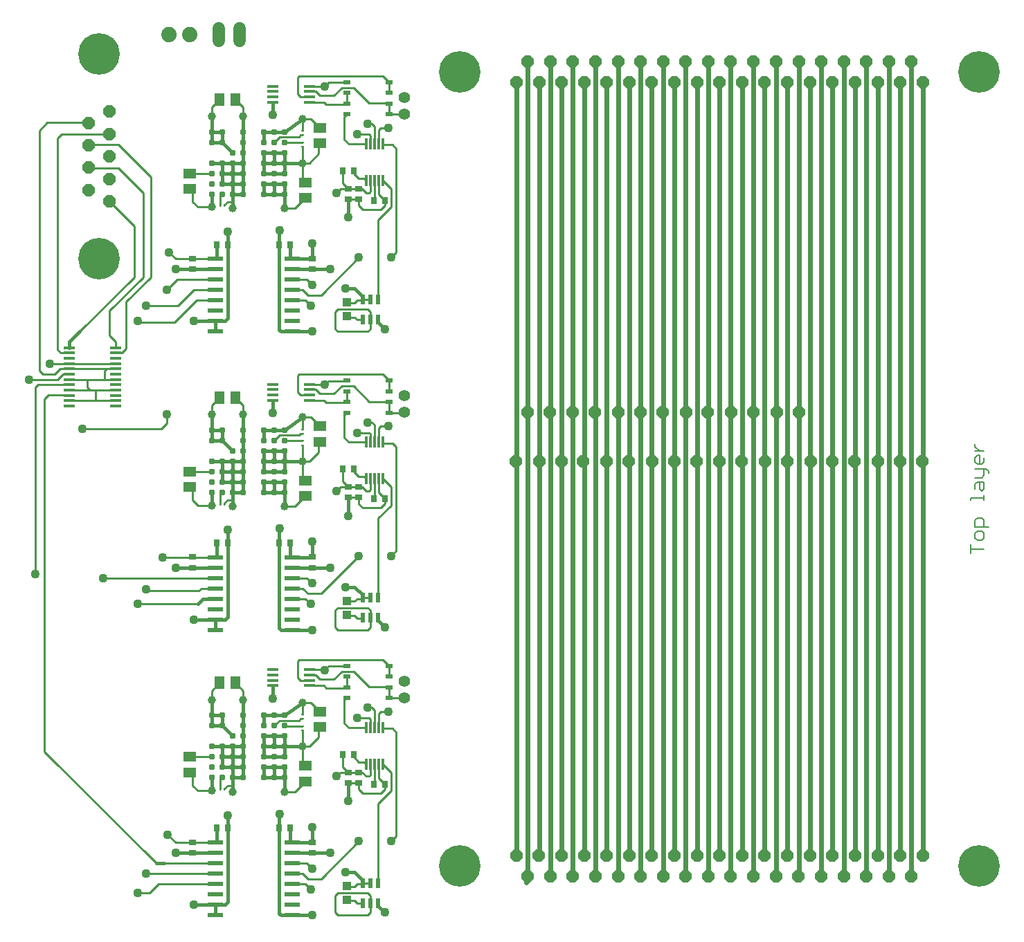
<source format=gtl>
G75*
%MOIN*%
%OFA0B0*%
%FSLAX25Y25*%
%IPPOS*%
%LPD*%
%AMOC8*
5,1,8,0,0,1.08239X$1,22.5*
%
%ADD10C,0.00600*%
%ADD11R,0.02756X0.03543*%
%ADD12R,0.02000X0.04800*%
%ADD13R,0.05906X0.05118*%
%ADD14R,0.01378X0.00984*%
%ADD15R,0.03543X0.02756*%
%ADD16R,0.05118X0.05906*%
%ADD17R,0.01200X0.05600*%
%ADD18R,0.07800X0.02200*%
%ADD19C,0.05543*%
%ADD20R,0.05400X0.01800*%
%ADD21R,0.03543X0.01969*%
%ADD22R,0.01102X0.01693*%
%ADD23R,0.01693X0.01102*%
%ADD24R,0.04331X0.03937*%
%ADD25C,0.03071*%
%ADD26OC8,0.06000*%
%ADD27C,0.20000*%
%ADD28R,0.05800X0.01400*%
%ADD29C,0.06000*%
%ADD30C,0.07400*%
%ADD31C,0.01600*%
%ADD32C,0.03969*%
%ADD33C,0.01000*%
%ADD34C,0.04362*%
%ADD35C,0.02400*%
D10*
X0596795Y0250763D02*
X0596795Y0255033D01*
X0596795Y0252898D02*
X0603200Y0252898D01*
X0602132Y0257209D02*
X0603200Y0258276D01*
X0603200Y0260411D01*
X0602132Y0261479D01*
X0599997Y0261479D01*
X0598930Y0260411D01*
X0598930Y0258276D01*
X0599997Y0257209D01*
X0602132Y0257209D01*
X0603200Y0263654D02*
X0603200Y0266857D01*
X0602132Y0267924D01*
X0599997Y0267924D01*
X0598930Y0266857D01*
X0598930Y0263654D01*
X0605335Y0263654D01*
X0603200Y0276545D02*
X0603200Y0278680D01*
X0603200Y0277613D02*
X0596795Y0277613D01*
X0596795Y0276545D01*
X0598930Y0281910D02*
X0598930Y0284045D01*
X0599997Y0285112D01*
X0603200Y0285112D01*
X0603200Y0281910D01*
X0602132Y0280842D01*
X0601065Y0281910D01*
X0601065Y0285112D01*
X0602132Y0287288D02*
X0603200Y0288355D01*
X0603200Y0291558D01*
X0604268Y0291558D02*
X0605335Y0290490D01*
X0605335Y0289423D01*
X0604268Y0291558D02*
X0598930Y0291558D01*
X0599997Y0293733D02*
X0598930Y0294801D01*
X0598930Y0296936D01*
X0599997Y0298003D01*
X0601065Y0298003D01*
X0601065Y0293733D01*
X0602132Y0293733D02*
X0599997Y0293733D01*
X0602132Y0293733D02*
X0603200Y0294801D01*
X0603200Y0296936D01*
X0603200Y0300179D02*
X0598930Y0300179D01*
X0598930Y0302314D02*
X0598930Y0303381D01*
X0598930Y0302314D02*
X0601065Y0300179D01*
X0602132Y0287288D02*
X0598930Y0287288D01*
D11*
X0314684Y0277125D03*
X0309566Y0277125D03*
X0299684Y0291500D03*
X0294566Y0291500D03*
X0269059Y0255875D03*
X0263941Y0255875D03*
X0239059Y0255875D03*
X0233941Y0255875D03*
X0294566Y0154000D03*
X0299684Y0154000D03*
X0309566Y0139625D03*
X0314684Y0139625D03*
X0269059Y0118375D03*
X0263941Y0118375D03*
X0239059Y0118375D03*
X0233941Y0118375D03*
X0233941Y0399625D03*
X0239059Y0399625D03*
X0263941Y0399625D03*
X0269059Y0399625D03*
X0309566Y0420875D03*
X0314684Y0420875D03*
X0299684Y0435250D03*
X0294566Y0435250D03*
D12*
X0304050Y0373175D03*
X0307750Y0373175D03*
X0311450Y0373175D03*
X0311450Y0363575D03*
X0307750Y0363575D03*
X0304050Y0363575D03*
X0304050Y0229425D03*
X0307750Y0229425D03*
X0311450Y0229425D03*
X0311450Y0219825D03*
X0307750Y0219825D03*
X0304050Y0219825D03*
X0304050Y0091925D03*
X0307750Y0091925D03*
X0311450Y0091925D03*
X0311450Y0082325D03*
X0307750Y0082325D03*
X0304050Y0082325D03*
D13*
X0276500Y0140885D03*
X0276500Y0148365D03*
X0283375Y0167135D03*
X0283375Y0174615D03*
X0220875Y0152740D03*
X0220875Y0145260D03*
X0276500Y0278385D03*
X0276500Y0285865D03*
X0283375Y0304635D03*
X0283375Y0312115D03*
X0220875Y0290240D03*
X0220875Y0282760D03*
X0276500Y0422135D03*
X0276500Y0429615D03*
X0283375Y0448385D03*
X0283375Y0455865D03*
X0220875Y0433990D03*
X0220875Y0426510D03*
D14*
X0275250Y0452391D03*
X0275250Y0454359D03*
X0275250Y0310609D03*
X0275250Y0308641D03*
X0275250Y0173109D03*
X0275250Y0171141D03*
D15*
X0297125Y0145309D03*
X0302125Y0145309D03*
X0302125Y0140191D03*
X0297125Y0140191D03*
X0279625Y0111559D03*
X0279625Y0106441D03*
X0222125Y0106441D03*
X0222125Y0111559D03*
X0222125Y0243941D03*
X0222125Y0249059D03*
X0279625Y0249059D03*
X0279625Y0243941D03*
X0297125Y0277691D03*
X0302125Y0277691D03*
X0302125Y0282809D03*
X0297125Y0282809D03*
X0279625Y0387691D03*
X0279625Y0392809D03*
X0297125Y0421441D03*
X0302125Y0421441D03*
X0302125Y0426559D03*
X0297125Y0426559D03*
X0222125Y0392809D03*
X0222125Y0387691D03*
D16*
X0235260Y0325875D03*
X0242740Y0325875D03*
X0242740Y0188375D03*
X0235260Y0188375D03*
X0235260Y0469625D03*
X0242740Y0469625D03*
D17*
X0305881Y0448112D03*
X0307781Y0448112D03*
X0309781Y0448112D03*
X0311781Y0448112D03*
X0313681Y0448112D03*
X0313681Y0430512D03*
X0311781Y0430512D03*
X0309781Y0430512D03*
X0307781Y0430512D03*
X0305881Y0430512D03*
X0305881Y0304363D03*
X0307781Y0304363D03*
X0309781Y0304363D03*
X0311781Y0304363D03*
X0313681Y0304363D03*
X0313681Y0286763D03*
X0311781Y0286763D03*
X0309781Y0286763D03*
X0307781Y0286763D03*
X0305881Y0286763D03*
X0305881Y0166863D03*
X0307781Y0166863D03*
X0309781Y0166863D03*
X0311781Y0166863D03*
X0313681Y0166863D03*
X0313681Y0149263D03*
X0311781Y0149263D03*
X0309781Y0149263D03*
X0307781Y0149263D03*
X0305881Y0149263D03*
D18*
X0270000Y0111500D03*
X0270000Y0106500D03*
X0270000Y0101500D03*
X0270000Y0096500D03*
X0270000Y0091500D03*
X0270000Y0086500D03*
X0270000Y0081500D03*
X0270000Y0076500D03*
X0233000Y0076500D03*
X0233000Y0081500D03*
X0233000Y0086500D03*
X0233000Y0091500D03*
X0233000Y0096500D03*
X0233000Y0101500D03*
X0233000Y0106500D03*
X0233000Y0111500D03*
X0233000Y0214000D03*
X0233000Y0219000D03*
X0233000Y0224000D03*
X0233000Y0229000D03*
X0233000Y0234000D03*
X0233000Y0239000D03*
X0233000Y0244000D03*
X0233000Y0249000D03*
X0270000Y0249000D03*
X0270000Y0244000D03*
X0270000Y0239000D03*
X0270000Y0234000D03*
X0270000Y0229000D03*
X0270000Y0224000D03*
X0270000Y0219000D03*
X0270000Y0214000D03*
X0270000Y0357750D03*
X0270000Y0362750D03*
X0270000Y0367750D03*
X0270000Y0372750D03*
X0270000Y0377750D03*
X0270000Y0382750D03*
X0270000Y0387750D03*
X0270000Y0392750D03*
X0233000Y0392750D03*
X0233000Y0387750D03*
X0233000Y0382750D03*
X0233000Y0377750D03*
X0233000Y0372750D03*
X0233000Y0367750D03*
X0233000Y0362750D03*
X0233000Y0357750D03*
D19*
X0324000Y0326687D03*
X0324000Y0318813D03*
X0324000Y0189187D03*
X0324000Y0181313D03*
X0324000Y0462563D03*
X0324000Y0470437D03*
D20*
X0278325Y0470825D03*
X0278325Y0468325D03*
X0278325Y0473425D03*
X0278325Y0475925D03*
X0260925Y0475925D03*
X0260925Y0473425D03*
X0260925Y0470825D03*
X0260925Y0468325D03*
X0260925Y0332175D03*
X0260925Y0329675D03*
X0260925Y0327075D03*
X0260925Y0324575D03*
X0278325Y0324575D03*
X0278325Y0327075D03*
X0278325Y0329675D03*
X0278325Y0332175D03*
X0278325Y0194675D03*
X0278325Y0192175D03*
X0278325Y0189575D03*
X0278325Y0187075D03*
X0260925Y0187075D03*
X0260925Y0189575D03*
X0260925Y0192175D03*
X0260925Y0194675D03*
D21*
X0296350Y0196599D03*
X0296350Y0191450D03*
X0296350Y0186300D03*
X0296350Y0181151D03*
X0316650Y0181151D03*
X0316650Y0186300D03*
X0316650Y0191450D03*
X0316650Y0196599D03*
X0316650Y0318651D03*
X0316650Y0323800D03*
X0316650Y0328950D03*
X0316650Y0334099D03*
X0296350Y0334099D03*
X0296350Y0328950D03*
X0296350Y0323800D03*
X0296350Y0318651D03*
X0296350Y0462401D03*
X0296350Y0467550D03*
X0296350Y0472700D03*
X0296350Y0477849D03*
X0316650Y0477849D03*
X0316650Y0472700D03*
X0316650Y0467550D03*
X0316650Y0462401D03*
D22*
X0237504Y0418375D03*
X0235496Y0418375D03*
X0235496Y0274625D03*
X0237504Y0274625D03*
X0237504Y0137125D03*
X0235496Y0137125D03*
D23*
X0275250Y0165496D03*
X0275250Y0167504D03*
X0275250Y0302996D03*
X0275250Y0305004D03*
X0275250Y0446746D03*
X0275250Y0448754D03*
D24*
X0296500Y0371721D03*
X0296500Y0365029D03*
X0296500Y0227971D03*
X0296500Y0221279D03*
X0296500Y0090471D03*
X0296500Y0083779D03*
D25*
X0266500Y0142750D03*
X0266500Y0147750D03*
X0266500Y0152750D03*
X0266500Y0157750D03*
X0266500Y0162750D03*
X0266500Y0167750D03*
X0266500Y0172750D03*
X0261500Y0172750D03*
X0261500Y0167750D03*
X0261500Y0162750D03*
X0261500Y0157750D03*
X0261500Y0152750D03*
X0261500Y0147750D03*
X0261500Y0142750D03*
X0256500Y0142750D03*
X0256500Y0147750D03*
X0256500Y0152750D03*
X0256500Y0157750D03*
X0256500Y0162750D03*
X0256500Y0167750D03*
X0256500Y0172750D03*
X0246500Y0172750D03*
X0246500Y0167750D03*
X0246500Y0162750D03*
X0246500Y0157750D03*
X0246500Y0152750D03*
X0246500Y0147750D03*
X0246500Y0142750D03*
X0241500Y0142750D03*
X0236500Y0142750D03*
X0236500Y0147750D03*
X0241500Y0147750D03*
X0241500Y0152750D03*
X0236500Y0152750D03*
X0236500Y0157750D03*
X0241500Y0157750D03*
X0241500Y0162750D03*
X0236500Y0167750D03*
X0236500Y0172750D03*
X0231500Y0172750D03*
X0231500Y0167750D03*
X0231500Y0157750D03*
X0231500Y0152750D03*
X0231500Y0147750D03*
X0231500Y0142750D03*
X0231500Y0280250D03*
X0231500Y0285250D03*
X0231500Y0290250D03*
X0231500Y0295250D03*
X0236500Y0295250D03*
X0241500Y0295250D03*
X0241500Y0290250D03*
X0236500Y0290250D03*
X0236500Y0285250D03*
X0241500Y0285250D03*
X0241500Y0280250D03*
X0236500Y0280250D03*
X0246500Y0280250D03*
X0246500Y0285250D03*
X0246500Y0290250D03*
X0246500Y0295250D03*
X0246500Y0300250D03*
X0246500Y0305250D03*
X0246500Y0310250D03*
X0236500Y0310250D03*
X0236500Y0305250D03*
X0231500Y0305250D03*
X0231500Y0310250D03*
X0241500Y0300250D03*
X0256500Y0300250D03*
X0256500Y0295250D03*
X0256500Y0290250D03*
X0256500Y0285250D03*
X0256500Y0280250D03*
X0261500Y0280250D03*
X0261500Y0285250D03*
X0261500Y0290250D03*
X0261500Y0295250D03*
X0261500Y0300250D03*
X0261500Y0305250D03*
X0261500Y0310250D03*
X0256500Y0310250D03*
X0256500Y0305250D03*
X0266500Y0305250D03*
X0266500Y0300250D03*
X0266500Y0295250D03*
X0266500Y0290250D03*
X0266500Y0285250D03*
X0266500Y0280250D03*
X0266500Y0310250D03*
X0266500Y0424000D03*
X0266500Y0429000D03*
X0266500Y0434000D03*
X0266500Y0439000D03*
X0266500Y0444000D03*
X0266500Y0449000D03*
X0266500Y0454000D03*
X0261500Y0454000D03*
X0261500Y0449000D03*
X0261500Y0444000D03*
X0261500Y0439000D03*
X0261500Y0434000D03*
X0261500Y0429000D03*
X0261500Y0424000D03*
X0256500Y0424000D03*
X0256500Y0429000D03*
X0256500Y0434000D03*
X0256500Y0439000D03*
X0256500Y0444000D03*
X0256500Y0449000D03*
X0256500Y0454000D03*
X0246500Y0454000D03*
X0246500Y0449000D03*
X0246500Y0444000D03*
X0246500Y0439000D03*
X0246500Y0434000D03*
X0246500Y0429000D03*
X0246500Y0424000D03*
X0241500Y0424000D03*
X0236500Y0424000D03*
X0236500Y0429000D03*
X0241500Y0429000D03*
X0241500Y0434000D03*
X0236500Y0434000D03*
X0236500Y0439000D03*
X0241500Y0439000D03*
X0241500Y0444000D03*
X0236500Y0449000D03*
X0236500Y0454000D03*
X0231500Y0454000D03*
X0231500Y0449000D03*
X0231500Y0439000D03*
X0231500Y0434000D03*
X0231500Y0429000D03*
X0231500Y0424000D03*
D26*
X0182125Y0420525D03*
X0172125Y0425925D03*
X0182125Y0431325D03*
X0172125Y0436725D03*
X0182125Y0442125D03*
X0172125Y0447525D03*
X0182125Y0452925D03*
X0172125Y0458325D03*
X0182125Y0463725D03*
X0378075Y0477750D03*
X0388975Y0477750D03*
X0399775Y0477750D03*
X0410675Y0477750D03*
X0421575Y0477750D03*
X0432375Y0477750D03*
X0443275Y0477750D03*
X0454175Y0477750D03*
X0464975Y0477750D03*
X0475875Y0477750D03*
X0486775Y0477750D03*
X0497575Y0477750D03*
X0508475Y0477750D03*
X0519375Y0477750D03*
X0530275Y0477750D03*
X0541075Y0477750D03*
X0551975Y0477750D03*
X0562875Y0477750D03*
X0573675Y0477750D03*
X0568275Y0487750D03*
X0557375Y0487750D03*
X0546575Y0487750D03*
X0535675Y0487750D03*
X0524775Y0487750D03*
X0513975Y0487750D03*
X0503075Y0487750D03*
X0492175Y0487750D03*
X0481275Y0487750D03*
X0470475Y0487750D03*
X0459575Y0487750D03*
X0448675Y0487750D03*
X0437875Y0487750D03*
X0426975Y0487750D03*
X0416075Y0487750D03*
X0405275Y0487750D03*
X0394375Y0487750D03*
X0383475Y0487750D03*
X0383375Y0319000D03*
X0394000Y0319000D03*
X0405250Y0319000D03*
X0415875Y0319000D03*
X0427125Y0319000D03*
X0437750Y0319000D03*
X0448375Y0319000D03*
X0459625Y0319000D03*
X0470250Y0319000D03*
X0481500Y0319000D03*
X0492125Y0319000D03*
X0503375Y0319000D03*
X0514000Y0319000D03*
X0508375Y0295250D03*
X0497750Y0295250D03*
X0486500Y0295250D03*
X0475875Y0295250D03*
X0464625Y0295250D03*
X0454000Y0295250D03*
X0443375Y0295250D03*
X0432125Y0295250D03*
X0421500Y0295250D03*
X0410250Y0295250D03*
X0399625Y0295250D03*
X0389000Y0295250D03*
X0377750Y0295250D03*
X0519625Y0295250D03*
X0530250Y0295250D03*
X0540875Y0295250D03*
X0552125Y0295250D03*
X0562750Y0295250D03*
X0573375Y0295250D03*
X0573675Y0105250D03*
X0562775Y0105250D03*
X0551975Y0105250D03*
X0541075Y0105250D03*
X0530175Y0105250D03*
X0519375Y0105250D03*
X0508475Y0105250D03*
X0497575Y0105250D03*
X0486775Y0105250D03*
X0475875Y0105250D03*
X0464975Y0105250D03*
X0454175Y0105250D03*
X0443275Y0105250D03*
X0432375Y0105250D03*
X0421475Y0105250D03*
X0410675Y0105250D03*
X0399775Y0105250D03*
X0388875Y0105250D03*
X0378075Y0105250D03*
X0383475Y0095250D03*
X0394375Y0095250D03*
X0405175Y0095250D03*
X0416075Y0095250D03*
X0426975Y0095250D03*
X0437875Y0095250D03*
X0448675Y0095250D03*
X0459575Y0095250D03*
X0470475Y0095250D03*
X0481275Y0095250D03*
X0492175Y0095250D03*
X0503075Y0095250D03*
X0513875Y0095250D03*
X0524775Y0095250D03*
X0535675Y0095250D03*
X0546475Y0095250D03*
X0557375Y0095250D03*
X0568275Y0095250D03*
D27*
X0600875Y0100250D03*
X0350875Y0100250D03*
X0177125Y0392825D03*
X0177125Y0491425D03*
X0350875Y0482750D03*
X0600875Y0482750D03*
D28*
X0185100Y0349975D03*
X0185100Y0347375D03*
X0185100Y0344875D03*
X0185100Y0342275D03*
X0185100Y0339675D03*
X0185100Y0337175D03*
X0185100Y0334575D03*
X0185100Y0332075D03*
X0185100Y0329475D03*
X0185100Y0326875D03*
X0185100Y0324375D03*
X0185100Y0321775D03*
X0162900Y0321775D03*
X0162900Y0324375D03*
X0162900Y0326875D03*
X0162900Y0329475D03*
X0162900Y0332075D03*
X0162900Y0334575D03*
X0162900Y0337175D03*
X0162900Y0339675D03*
X0162900Y0342275D03*
X0162900Y0344875D03*
X0162900Y0347375D03*
X0162900Y0349975D03*
D29*
X0234625Y0497875D02*
X0234625Y0503875D01*
X0244625Y0503875D02*
X0244625Y0497875D01*
D30*
X0220875Y0500875D03*
X0210875Y0500875D03*
D31*
X0231500Y0461500D02*
X0231500Y0454000D01*
X0235875Y0454000D01*
X0236500Y0454625D01*
X0236500Y0449000D01*
X0241500Y0444000D01*
X0241500Y0439000D02*
X0241500Y0434000D01*
X0246500Y0434000D01*
X0246500Y0439000D01*
X0246500Y0444000D01*
X0246500Y0449000D01*
X0246500Y0454000D01*
X0246500Y0461500D01*
X0236500Y0454000D02*
X0231500Y0454000D01*
X0231500Y0449000D01*
X0236500Y0449000D01*
X0236500Y0439000D02*
X0231500Y0439000D01*
X0236500Y0439000D02*
X0236500Y0434000D01*
X0241500Y0434000D01*
X0241500Y0429000D01*
X0241500Y0420250D01*
X0241500Y0417125D01*
X0241500Y0424000D02*
X0241500Y0429000D01*
X0236500Y0429000D01*
X0236500Y0434000D01*
X0236500Y0439000D02*
X0241500Y0439000D01*
X0246500Y0439000D01*
X0246500Y0434000D02*
X0246500Y0424000D01*
X0246500Y0429000D01*
X0241500Y0429000D01*
X0241500Y0424000D02*
X0246500Y0424000D01*
X0256500Y0424000D02*
X0256500Y0429000D01*
X0261500Y0429000D01*
X0261500Y0424000D01*
X0266500Y0424000D01*
X0266500Y0417125D01*
X0266500Y0424000D02*
X0266500Y0429000D01*
X0261500Y0429000D01*
X0261500Y0424000D02*
X0256500Y0424000D01*
X0256500Y0434000D02*
X0261500Y0434000D01*
X0266500Y0434000D01*
X0266500Y0439000D01*
X0275250Y0439000D01*
X0266500Y0439000D02*
X0266500Y0444000D01*
X0261500Y0444000D01*
X0261500Y0439000D01*
X0256500Y0439000D01*
X0256500Y0434000D01*
X0256500Y0439000D02*
X0256500Y0444000D01*
X0261500Y0444000D01*
X0261500Y0439000D02*
X0266500Y0439000D01*
X0256500Y0449000D02*
X0256500Y0454000D01*
X0261500Y0454000D01*
X0266500Y0454000D01*
X0275250Y0460250D01*
X0260925Y0462175D02*
X0260925Y0468325D01*
X0260925Y0462175D02*
X0260875Y0462125D01*
X0231500Y0424000D02*
X0231500Y0417750D01*
X0239000Y0405875D02*
X0239059Y0399625D01*
X0239059Y0364059D01*
X0237750Y0362750D01*
X0233000Y0362750D01*
X0233000Y0357750D01*
X0233000Y0362750D02*
X0222750Y0362750D01*
X0222125Y0387691D02*
X0232941Y0387691D01*
X0233000Y0387750D01*
X0214000Y0387750D01*
X0233000Y0392750D02*
X0233941Y0393691D01*
X0233941Y0399625D01*
X0263941Y0399625D02*
X0263941Y0406441D01*
X0264000Y0406500D01*
X0263941Y0399625D02*
X0263941Y0358434D01*
X0264625Y0357750D01*
X0270000Y0357750D01*
X0279625Y0357750D01*
X0272750Y0357750D02*
X0270000Y0357750D01*
X0295875Y0378375D02*
X0300250Y0378375D01*
X0304050Y0374575D01*
X0304050Y0373175D01*
X0311450Y0363575D02*
X0311450Y0362175D01*
X0314625Y0359000D01*
X0288316Y0387691D02*
X0279625Y0387691D01*
X0272184Y0387691D01*
X0272125Y0387750D01*
X0270000Y0387750D01*
X0270000Y0392750D02*
X0269059Y0393691D01*
X0269059Y0399625D01*
X0270000Y0392750D02*
X0279566Y0392750D01*
X0279625Y0392809D01*
X0279625Y0400250D01*
X0288375Y0387750D02*
X0288316Y0387691D01*
X0297125Y0412750D02*
X0297125Y0421441D01*
X0260925Y0324575D02*
X0260925Y0318425D01*
X0260875Y0318375D01*
X0261500Y0310250D02*
X0256500Y0310250D01*
X0256500Y0305250D01*
X0256500Y0300250D02*
X0256500Y0295250D01*
X0261500Y0295250D01*
X0261500Y0300250D01*
X0256500Y0300250D01*
X0256500Y0295250D02*
X0256500Y0290250D01*
X0261500Y0290250D01*
X0266500Y0290250D01*
X0266500Y0295250D01*
X0275250Y0295250D01*
X0266500Y0295250D02*
X0266500Y0300250D01*
X0261500Y0300250D01*
X0261500Y0295250D02*
X0266500Y0295250D01*
X0266500Y0285250D02*
X0261500Y0285250D01*
X0261500Y0280250D01*
X0266500Y0280250D01*
X0266500Y0273375D01*
X0266500Y0280250D02*
X0266500Y0285250D01*
X0261500Y0285250D02*
X0256500Y0285250D01*
X0256500Y0280250D01*
X0261500Y0280250D01*
X0246500Y0280250D02*
X0246500Y0290250D01*
X0241500Y0290250D01*
X0236500Y0290250D01*
X0236500Y0285250D01*
X0241500Y0285250D01*
X0241500Y0276500D01*
X0241500Y0273375D01*
X0241500Y0280250D02*
X0241500Y0285250D01*
X0241500Y0290250D01*
X0241500Y0295250D01*
X0236500Y0295250D01*
X0236500Y0290250D01*
X0236500Y0295250D02*
X0231500Y0295250D01*
X0241500Y0295250D02*
X0246500Y0295250D01*
X0246500Y0300250D01*
X0246500Y0305250D01*
X0246500Y0310250D01*
X0246500Y0317750D01*
X0236500Y0310875D02*
X0235875Y0310250D01*
X0231500Y0310250D01*
X0231500Y0317750D01*
X0231500Y0310250D02*
X0236500Y0310250D01*
X0236500Y0310875D02*
X0236500Y0305250D01*
X0241500Y0300250D01*
X0236500Y0305250D02*
X0231500Y0305250D01*
X0231500Y0310250D01*
X0246500Y0295250D02*
X0246500Y0290250D01*
X0246500Y0285250D02*
X0241500Y0285250D01*
X0241500Y0280250D02*
X0246500Y0280250D01*
X0246500Y0285250D01*
X0231500Y0280250D02*
X0231500Y0274000D01*
X0239000Y0262125D02*
X0239059Y0255875D01*
X0239059Y0220309D01*
X0237750Y0219000D01*
X0233000Y0219000D01*
X0233000Y0214000D01*
X0233000Y0219000D02*
X0222750Y0219000D01*
X0224625Y0226500D02*
X0227125Y0229000D01*
X0231500Y0229000D01*
X0232941Y0243941D02*
X0222125Y0243941D01*
X0214000Y0244000D02*
X0233000Y0244000D01*
X0232941Y0243941D01*
X0233000Y0249000D02*
X0233941Y0249941D01*
X0233941Y0255875D01*
X0263941Y0255875D02*
X0263941Y0262691D01*
X0264000Y0262750D01*
X0263941Y0255875D02*
X0263941Y0214684D01*
X0264625Y0214000D01*
X0270000Y0214000D01*
X0279625Y0214000D01*
X0272750Y0214000D02*
X0270000Y0214000D01*
X0295875Y0234625D02*
X0300250Y0234625D01*
X0304050Y0230825D01*
X0304050Y0229425D01*
X0311450Y0219825D02*
X0311450Y0218425D01*
X0314625Y0215250D01*
X0288316Y0243941D02*
X0279625Y0243941D01*
X0272184Y0243941D01*
X0272125Y0244000D01*
X0270000Y0244000D01*
X0270000Y0249000D02*
X0269059Y0249941D01*
X0269059Y0255875D01*
X0270000Y0249000D02*
X0279566Y0249000D01*
X0279625Y0249059D01*
X0279625Y0256500D01*
X0288375Y0244000D02*
X0288316Y0243941D01*
X0297125Y0269000D02*
X0297125Y0277691D01*
X0275250Y0316500D02*
X0266500Y0310250D01*
X0261500Y0310250D01*
X0167750Y0357750D02*
X0162900Y0352900D01*
X0162900Y0349975D01*
X0260925Y0187075D02*
X0260925Y0180925D01*
X0260875Y0180875D01*
X0261500Y0172750D02*
X0256500Y0172750D01*
X0256500Y0167750D01*
X0256500Y0162750D02*
X0256500Y0157750D01*
X0261500Y0157750D01*
X0261500Y0162750D01*
X0256500Y0162750D01*
X0256500Y0157750D02*
X0256500Y0152750D01*
X0261500Y0152750D01*
X0266500Y0152750D01*
X0266500Y0157750D01*
X0275250Y0157750D01*
X0266500Y0157750D02*
X0266500Y0162750D01*
X0261500Y0162750D01*
X0261500Y0157750D02*
X0266500Y0157750D01*
X0266500Y0147750D02*
X0261500Y0147750D01*
X0261500Y0142750D01*
X0266500Y0142750D01*
X0266500Y0135875D01*
X0266500Y0142750D02*
X0266500Y0147750D01*
X0261500Y0147750D02*
X0256500Y0147750D01*
X0256500Y0142750D01*
X0261500Y0142750D01*
X0246500Y0142750D02*
X0246500Y0152750D01*
X0241500Y0152750D01*
X0236500Y0152750D01*
X0236500Y0147750D01*
X0241500Y0147750D01*
X0241500Y0139000D01*
X0241500Y0135875D01*
X0241500Y0142750D02*
X0241500Y0147750D01*
X0241500Y0152750D01*
X0241500Y0157750D01*
X0236500Y0157750D01*
X0236500Y0152750D01*
X0236500Y0157750D02*
X0231500Y0157750D01*
X0231500Y0167750D02*
X0231500Y0172750D01*
X0231500Y0180250D01*
X0231500Y0172750D02*
X0235875Y0172750D01*
X0236500Y0173375D01*
X0236500Y0167750D01*
X0241500Y0162750D01*
X0241500Y0157750D02*
X0246500Y0157750D01*
X0246500Y0162750D01*
X0246500Y0167750D01*
X0246500Y0172750D01*
X0246500Y0180250D01*
X0236500Y0172750D02*
X0231500Y0172750D01*
X0231500Y0167750D02*
X0236500Y0167750D01*
X0246500Y0157750D02*
X0246500Y0152750D01*
X0246500Y0147750D02*
X0241500Y0147750D01*
X0241500Y0142750D02*
X0246500Y0142750D01*
X0246500Y0147750D01*
X0231500Y0142750D02*
X0231500Y0136500D01*
X0239000Y0124625D02*
X0239059Y0118375D01*
X0239059Y0082809D01*
X0237750Y0081500D01*
X0233000Y0081500D01*
X0233000Y0076500D01*
X0233000Y0081500D02*
X0222750Y0081500D01*
X0208375Y0101500D02*
X0204625Y0101500D01*
X0214000Y0106500D02*
X0233000Y0106500D01*
X0232941Y0106441D01*
X0222125Y0106441D01*
X0233000Y0111500D02*
X0233941Y0112441D01*
X0233941Y0118375D01*
X0263941Y0118375D02*
X0263941Y0125191D01*
X0264000Y0125250D01*
X0263941Y0118375D02*
X0263941Y0077184D01*
X0264625Y0076500D01*
X0270000Y0076500D01*
X0279625Y0076500D01*
X0272750Y0076500D02*
X0270000Y0076500D01*
X0295875Y0097125D02*
X0300250Y0097125D01*
X0304050Y0093325D01*
X0304050Y0091925D01*
X0311450Y0082325D02*
X0311450Y0080925D01*
X0314625Y0077750D01*
X0288316Y0106441D02*
X0279625Y0106441D01*
X0272184Y0106441D01*
X0272125Y0106500D01*
X0270000Y0106500D01*
X0270000Y0111500D02*
X0269059Y0112441D01*
X0269059Y0118375D01*
X0279625Y0119000D02*
X0279625Y0111559D01*
X0279566Y0111500D01*
X0270000Y0111500D01*
X0288316Y0106441D02*
X0288375Y0106500D01*
X0297125Y0131500D02*
X0297125Y0140191D01*
X0275250Y0179000D02*
X0266500Y0172750D01*
X0261500Y0172750D01*
D32*
X0275250Y0179000D03*
X0275250Y0157750D03*
X0266500Y0135875D03*
X0241500Y0135875D03*
X0231500Y0136500D03*
X0231500Y0180250D03*
X0246500Y0180250D03*
X0241500Y0273375D03*
X0231500Y0274000D03*
X0266500Y0273375D03*
X0275250Y0295250D03*
X0275250Y0316500D03*
X0246500Y0317750D03*
X0231500Y0317750D03*
X0241500Y0417125D03*
X0231500Y0417750D03*
X0266500Y0417125D03*
X0275250Y0439000D03*
X0275250Y0460250D03*
X0246500Y0461500D03*
X0231500Y0461500D03*
D33*
X0231500Y0465865D01*
X0235260Y0469625D01*
X0242740Y0469625D02*
X0246500Y0465865D01*
X0246500Y0461500D01*
X0261500Y0449000D02*
X0264000Y0451500D01*
X0273375Y0451500D01*
X0274266Y0452391D01*
X0275250Y0452391D01*
X0275250Y0454359D02*
X0275250Y0460250D01*
X0278990Y0460250D01*
X0283375Y0455865D01*
X0283375Y0448385D02*
X0282750Y0447760D01*
X0282750Y0443375D01*
X0278375Y0439000D01*
X0275250Y0439000D01*
X0275250Y0430865D01*
X0276500Y0429615D01*
X0275250Y0439000D02*
X0275250Y0446746D01*
X0275250Y0448754D02*
X0266746Y0448754D01*
X0266500Y0449000D01*
X0285300Y0468325D02*
X0286500Y0467125D01*
X0295925Y0467125D01*
X0296350Y0467550D01*
X0296350Y0472700D01*
X0294000Y0475250D02*
X0299625Y0475250D01*
X0307125Y0467750D01*
X0316450Y0467750D01*
X0316650Y0467550D01*
X0316650Y0462401D01*
X0323838Y0462401D01*
X0324000Y0462563D01*
X0316650Y0472700D02*
X0316650Y0477849D01*
X0313624Y0480875D01*
X0273375Y0480875D01*
X0272750Y0480250D01*
X0272750Y0472125D01*
X0274050Y0470825D01*
X0278325Y0470825D01*
X0278325Y0468325D02*
X0285300Y0468325D01*
X0283375Y0471500D02*
X0290250Y0471500D01*
X0294000Y0475250D01*
X0296251Y0477750D02*
X0287750Y0477750D01*
X0285925Y0475925D01*
X0285875Y0475875D01*
X0285925Y0475925D02*
X0278325Y0475925D01*
X0278325Y0473425D02*
X0281450Y0473425D01*
X0283375Y0471500D01*
X0296251Y0477750D02*
X0296350Y0477849D01*
X0296350Y0462401D02*
X0295250Y0461300D01*
X0295250Y0450250D01*
X0297388Y0448112D01*
X0305881Y0448112D01*
X0307781Y0448112D02*
X0307781Y0452094D01*
X0307125Y0452750D01*
X0301500Y0452750D01*
X0306500Y0457750D02*
X0308375Y0457750D01*
X0309625Y0456500D01*
X0309625Y0448269D01*
X0309781Y0448112D01*
X0311781Y0448112D02*
X0311781Y0454906D01*
X0312750Y0455875D01*
X0316500Y0455875D01*
X0313681Y0448112D02*
X0314044Y0447750D01*
X0318375Y0447750D01*
X0320250Y0445875D01*
X0320250Y0395875D01*
X0317750Y0393375D01*
X0302125Y0393375D02*
X0284000Y0375250D01*
X0277750Y0375250D01*
X0275250Y0377750D01*
X0270000Y0377750D01*
X0270000Y0382750D02*
X0277125Y0382750D01*
X0279625Y0380250D01*
X0276500Y0372750D02*
X0270000Y0372750D01*
X0276500Y0372750D02*
X0279000Y0370250D01*
X0290875Y0367125D02*
X0290875Y0359000D01*
X0292125Y0357750D01*
X0306500Y0357750D01*
X0307750Y0359000D01*
X0307750Y0362750D01*
X0307750Y0364625D02*
X0307750Y0367125D01*
X0306500Y0368375D01*
X0292125Y0368375D01*
X0290875Y0367125D01*
X0296500Y0365029D02*
X0296904Y0364625D01*
X0300250Y0364625D01*
X0301500Y0363375D01*
X0303850Y0363375D01*
X0304050Y0363575D01*
X0300250Y0371500D02*
X0296721Y0371500D01*
X0296500Y0371721D01*
X0300250Y0371500D02*
X0301500Y0372750D01*
X0303625Y0372750D01*
X0304050Y0373175D01*
X0307750Y0373175D01*
X0311450Y0373175D02*
X0311450Y0411450D01*
X0317750Y0417750D01*
X0317750Y0426444D01*
X0313681Y0430512D01*
X0313994Y0430200D01*
X0311781Y0430512D02*
X0311781Y0423778D01*
X0314684Y0420875D01*
X0314684Y0418434D01*
X0312750Y0416500D01*
X0304000Y0416500D01*
X0302125Y0418375D01*
X0302125Y0421441D01*
X0297125Y0421441D01*
X0297125Y0426500D02*
X0293375Y0426500D01*
X0291500Y0424625D01*
X0294566Y0429118D02*
X0297125Y0426500D01*
X0297125Y0426559D02*
X0294566Y0429118D01*
X0294566Y0435250D01*
X0299684Y0435250D02*
X0299684Y0433941D01*
X0302125Y0431500D01*
X0304894Y0431500D01*
X0305881Y0430512D01*
X0307750Y0430481D02*
X0307781Y0430512D01*
X0307750Y0430481D02*
X0307750Y0425250D01*
X0307125Y0424625D01*
X0305875Y0424625D01*
X0303941Y0426559D01*
X0302125Y0426559D01*
X0297125Y0426559D01*
X0309781Y0430512D02*
X0309781Y0421090D01*
X0309566Y0420875D01*
X0276500Y0422135D02*
X0271490Y0417125D01*
X0266500Y0417125D01*
X0241500Y0420250D02*
X0239000Y0420250D01*
X0237504Y0418754D01*
X0237504Y0418375D01*
X0235496Y0418375D02*
X0235496Y0422996D01*
X0236500Y0424000D01*
X0236746Y0423754D01*
X0231500Y0417750D02*
X0224625Y0417750D01*
X0222125Y0420250D01*
X0222125Y0425260D01*
X0220875Y0426510D01*
X0220875Y0433990D02*
X0231490Y0433990D01*
X0231500Y0434000D01*
X0202125Y0432125D02*
X0186500Y0447750D01*
X0172350Y0447750D01*
X0172125Y0447525D01*
X0181950Y0452750D02*
X0182125Y0452925D01*
X0181950Y0452750D02*
X0159000Y0452750D01*
X0157125Y0450875D01*
X0157125Y0349000D01*
X0158750Y0347375D01*
X0162900Y0347375D01*
X0162900Y0342275D02*
X0185100Y0342275D01*
X0156025Y0342275D01*
X0153375Y0342125D01*
X0155875Y0337125D02*
X0150250Y0337125D01*
X0148375Y0339000D01*
X0148375Y0454625D01*
X0152125Y0458375D01*
X0172075Y0458375D01*
X0172125Y0458325D01*
X0172350Y0436500D02*
X0186500Y0436500D01*
X0198375Y0424625D01*
X0198375Y0384000D01*
X0182125Y0367750D01*
X0182125Y0355875D01*
X0185100Y0352900D01*
X0185100Y0349975D01*
X0185100Y0347375D02*
X0188000Y0347375D01*
X0190250Y0349625D01*
X0190250Y0372125D01*
X0202125Y0384000D01*
X0202125Y0432125D01*
X0182125Y0420525D02*
X0194000Y0408650D01*
X0194000Y0384000D01*
X0167750Y0357750D01*
X0162900Y0339675D02*
X0158425Y0339675D01*
X0155875Y0337125D01*
X0157125Y0334625D02*
X0159625Y0337125D01*
X0162850Y0337125D01*
X0162900Y0337175D01*
X0162900Y0339675D02*
X0185100Y0339675D01*
X0180925Y0339675D01*
X0179625Y0338375D01*
X0179625Y0334575D01*
X0185100Y0334575D01*
X0175300Y0334575D01*
X0175250Y0334625D01*
X0171500Y0334575D02*
X0171500Y0330875D01*
X0172900Y0329475D01*
X0175250Y0329475D01*
X0175500Y0329225D01*
X0175500Y0324375D01*
X0185100Y0324375D01*
X0185100Y0329475D02*
X0175250Y0329475D01*
X0172900Y0329475D02*
X0162900Y0329475D01*
X0163375Y0327125D02*
X0152750Y0327125D01*
X0150875Y0325250D01*
X0150875Y0155250D01*
X0204625Y0101500D01*
X0208375Y0101500D02*
X0231500Y0101500D01*
X0230875Y0096500D02*
X0199625Y0096500D01*
X0205875Y0091500D02*
X0201500Y0087125D01*
X0195875Y0087125D01*
X0205875Y0091500D02*
X0231500Y0091500D01*
X0233000Y0111500D02*
X0214000Y0111500D01*
X0210250Y0115250D01*
X0224625Y0136500D02*
X0231500Y0136500D01*
X0235496Y0137125D02*
X0235496Y0141746D01*
X0236500Y0142750D01*
X0236746Y0142504D01*
X0239000Y0139000D02*
X0241500Y0139000D01*
X0239000Y0139000D02*
X0237504Y0137504D01*
X0237504Y0137125D01*
X0224625Y0136500D02*
X0222125Y0139000D01*
X0222125Y0144010D01*
X0220875Y0145260D01*
X0220875Y0152740D02*
X0231490Y0152740D01*
X0231500Y0152750D01*
X0261500Y0167750D02*
X0264000Y0170250D01*
X0273375Y0170250D01*
X0274266Y0171141D01*
X0275250Y0171141D01*
X0275250Y0173109D02*
X0275250Y0179000D01*
X0278990Y0179000D01*
X0283375Y0174615D01*
X0283375Y0167135D02*
X0282750Y0166510D01*
X0282750Y0162125D01*
X0278375Y0157750D01*
X0275250Y0157750D01*
X0275250Y0149615D01*
X0276500Y0148365D01*
X0276500Y0140885D02*
X0271490Y0135875D01*
X0266500Y0135875D01*
X0291500Y0143375D02*
X0293375Y0145250D01*
X0297125Y0145250D01*
X0294566Y0147868D01*
X0297125Y0145309D01*
X0302125Y0145309D01*
X0303941Y0145309D01*
X0305875Y0143375D01*
X0307125Y0143375D01*
X0307750Y0144000D01*
X0307750Y0149231D01*
X0307781Y0149263D01*
X0305881Y0149263D02*
X0304894Y0150250D01*
X0302125Y0150250D01*
X0299684Y0152691D01*
X0299684Y0154000D01*
X0294566Y0154000D02*
X0294566Y0147868D01*
X0297125Y0140191D02*
X0302125Y0140191D01*
X0302125Y0137125D01*
X0304000Y0135250D01*
X0312750Y0135250D01*
X0314684Y0137184D01*
X0314684Y0139625D01*
X0311781Y0142528D01*
X0311781Y0149263D01*
X0313681Y0149263D02*
X0317750Y0145194D01*
X0317750Y0136500D01*
X0311450Y0130200D01*
X0311450Y0091925D01*
X0307750Y0091925D02*
X0304050Y0091925D01*
X0303625Y0091500D01*
X0301500Y0091500D01*
X0300250Y0090250D01*
X0296721Y0090250D01*
X0296500Y0090471D01*
X0292125Y0087125D02*
X0306500Y0087125D01*
X0307750Y0085875D01*
X0307750Y0083375D01*
X0307750Y0081500D02*
X0307750Y0077750D01*
X0306500Y0076500D01*
X0292125Y0076500D01*
X0290875Y0077750D01*
X0290875Y0085875D01*
X0292125Y0087125D01*
X0296500Y0083779D02*
X0296904Y0083375D01*
X0300250Y0083375D01*
X0301500Y0082125D01*
X0303850Y0082125D01*
X0304050Y0082325D01*
X0284000Y0094000D02*
X0302125Y0112125D01*
X0317750Y0112125D02*
X0320250Y0114625D01*
X0320250Y0164625D01*
X0318375Y0166500D01*
X0314044Y0166500D01*
X0313681Y0166863D01*
X0311781Y0166863D02*
X0311781Y0173656D01*
X0312750Y0174625D01*
X0316500Y0174625D01*
X0316650Y0181151D02*
X0323838Y0181151D01*
X0324000Y0181313D01*
X0316650Y0181151D02*
X0316650Y0186300D01*
X0316450Y0186500D01*
X0307125Y0186500D01*
X0299625Y0194000D01*
X0294000Y0194000D01*
X0290250Y0190250D01*
X0283375Y0190250D01*
X0281450Y0192175D01*
X0278325Y0192175D01*
X0278325Y0194675D02*
X0285925Y0194675D01*
X0285875Y0194625D01*
X0285925Y0194675D02*
X0287750Y0196500D01*
X0296251Y0196500D01*
X0296350Y0196599D01*
X0296350Y0191450D02*
X0296350Y0186300D01*
X0295925Y0185875D01*
X0286500Y0185875D01*
X0285300Y0187075D01*
X0278325Y0187075D01*
X0278325Y0189575D02*
X0274050Y0189575D01*
X0272750Y0190875D01*
X0272750Y0199000D01*
X0273375Y0199625D01*
X0313624Y0199625D01*
X0316650Y0196599D01*
X0316650Y0191450D01*
X0296350Y0181151D02*
X0295250Y0180050D01*
X0295250Y0169000D01*
X0297388Y0166863D01*
X0305881Y0166863D01*
X0307781Y0166863D02*
X0307781Y0170844D01*
X0307125Y0171500D01*
X0301500Y0171500D01*
X0306500Y0176500D02*
X0308375Y0176500D01*
X0309625Y0175250D01*
X0309625Y0167019D01*
X0309781Y0166863D01*
X0309781Y0149263D02*
X0309781Y0139840D01*
X0309566Y0139625D01*
X0313994Y0148950D02*
X0313681Y0149263D01*
X0275250Y0157750D02*
X0275250Y0165496D01*
X0275250Y0167504D02*
X0266746Y0167504D01*
X0266500Y0167750D01*
X0246500Y0180250D02*
X0246500Y0184615D01*
X0242740Y0188375D01*
X0235260Y0188375D02*
X0231500Y0184615D01*
X0231500Y0180250D01*
X0224625Y0226500D02*
X0195875Y0226500D01*
X0200250Y0232750D02*
X0199625Y0233375D01*
X0200250Y0232750D02*
X0225250Y0232750D01*
X0226500Y0234000D01*
X0231500Y0234000D01*
X0232125Y0239000D02*
X0179000Y0239000D01*
X0207750Y0249000D02*
X0233000Y0249000D01*
X0231500Y0274000D02*
X0224625Y0274000D01*
X0222125Y0276500D01*
X0222125Y0281510D01*
X0220875Y0282760D01*
X0220875Y0290240D02*
X0231490Y0290240D01*
X0231500Y0290250D01*
X0236500Y0280250D02*
X0235496Y0279246D01*
X0235496Y0274625D01*
X0237504Y0274625D02*
X0237504Y0275004D01*
X0239000Y0276500D01*
X0241500Y0276500D01*
X0236746Y0280004D02*
X0236500Y0280250D01*
X0266500Y0273375D02*
X0271490Y0273375D01*
X0276500Y0278385D01*
X0276500Y0285865D02*
X0275250Y0287115D01*
X0275250Y0295250D01*
X0278375Y0295250D01*
X0282750Y0299625D01*
X0282750Y0304010D01*
X0283375Y0304635D01*
X0283375Y0312115D02*
X0278990Y0316500D01*
X0275250Y0316500D01*
X0275250Y0310609D01*
X0275250Y0308641D02*
X0274266Y0308641D01*
X0273375Y0307750D01*
X0264000Y0307750D01*
X0261500Y0305250D01*
X0266500Y0305250D02*
X0266746Y0305004D01*
X0275250Y0305004D01*
X0275250Y0302996D02*
X0275250Y0295250D01*
X0294566Y0291500D02*
X0294566Y0285368D01*
X0297125Y0282750D01*
X0293375Y0282750D01*
X0291500Y0280875D01*
X0294566Y0285368D02*
X0297125Y0282809D01*
X0302125Y0282809D01*
X0303941Y0282809D01*
X0305875Y0280875D01*
X0307125Y0280875D01*
X0307750Y0281500D01*
X0307750Y0286731D01*
X0307781Y0286763D01*
X0305881Y0286763D02*
X0304894Y0287750D01*
X0302125Y0287750D01*
X0299684Y0290191D01*
X0299684Y0291500D01*
X0309781Y0286763D02*
X0309781Y0277340D01*
X0309566Y0277125D01*
X0311781Y0280028D02*
X0311781Y0286763D01*
X0313681Y0286763D02*
X0317750Y0282694D01*
X0317750Y0274000D01*
X0311450Y0267700D01*
X0311450Y0229425D01*
X0307750Y0229425D02*
X0304050Y0229425D01*
X0303625Y0229000D01*
X0301500Y0229000D01*
X0300250Y0227750D01*
X0296721Y0227750D01*
X0296500Y0227971D01*
X0292125Y0224625D02*
X0306500Y0224625D01*
X0307750Y0223375D01*
X0307750Y0220875D01*
X0307750Y0219000D02*
X0307750Y0215250D01*
X0306500Y0214000D01*
X0292125Y0214000D01*
X0290875Y0215250D01*
X0290875Y0223375D01*
X0292125Y0224625D01*
X0296500Y0221279D02*
X0296904Y0220875D01*
X0300250Y0220875D01*
X0301500Y0219625D01*
X0303850Y0219625D01*
X0304050Y0219825D01*
X0284000Y0231500D02*
X0302125Y0249625D01*
X0317750Y0249625D02*
X0320250Y0252125D01*
X0320250Y0302125D01*
X0318375Y0304000D01*
X0314044Y0304000D01*
X0313681Y0304363D01*
X0311781Y0304363D02*
X0311781Y0311156D01*
X0312750Y0312125D01*
X0316500Y0312125D01*
X0316650Y0318651D02*
X0323838Y0318651D01*
X0324000Y0318813D01*
X0316650Y0318651D02*
X0316650Y0323800D01*
X0316450Y0324000D01*
X0307125Y0324000D01*
X0299625Y0331500D01*
X0294000Y0331500D01*
X0290250Y0327750D01*
X0283375Y0327750D01*
X0281450Y0329675D01*
X0278325Y0329675D01*
X0278325Y0332175D02*
X0285925Y0332175D01*
X0285875Y0332125D01*
X0285925Y0332175D02*
X0287750Y0334000D01*
X0296251Y0334000D01*
X0296350Y0334099D01*
X0296350Y0328950D02*
X0296350Y0323800D01*
X0295925Y0323375D01*
X0286500Y0323375D01*
X0285300Y0324575D01*
X0278325Y0324575D01*
X0278325Y0327075D02*
X0274050Y0327075D01*
X0272750Y0328375D01*
X0272750Y0336500D01*
X0273375Y0337125D01*
X0313624Y0337125D01*
X0316650Y0334099D01*
X0316650Y0328950D01*
X0296350Y0318651D02*
X0295250Y0317550D01*
X0295250Y0306500D01*
X0297388Y0304363D01*
X0305881Y0304363D01*
X0307781Y0304363D02*
X0307781Y0308344D01*
X0307125Y0309000D01*
X0301500Y0309000D01*
X0306500Y0314000D02*
X0308375Y0314000D01*
X0309625Y0312750D01*
X0309625Y0304519D01*
X0309781Y0304363D01*
X0313681Y0286763D02*
X0313994Y0286450D01*
X0311781Y0280028D02*
X0314684Y0277125D01*
X0314684Y0274684D01*
X0312750Y0272750D01*
X0304000Y0272750D01*
X0302125Y0274625D01*
X0302125Y0277691D01*
X0297125Y0277691D01*
X0277125Y0239000D02*
X0270000Y0239000D01*
X0270000Y0234000D02*
X0275250Y0234000D01*
X0277750Y0231500D01*
X0284000Y0231500D01*
X0279625Y0236500D02*
X0277125Y0239000D01*
X0276500Y0229000D02*
X0270000Y0229000D01*
X0276500Y0229000D02*
X0279000Y0226500D01*
X0207125Y0310875D02*
X0169000Y0310875D01*
X0162900Y0324375D02*
X0175500Y0324375D01*
X0163375Y0332125D02*
X0147750Y0332125D01*
X0146500Y0330875D01*
X0146500Y0240875D01*
X0207125Y0310875D02*
X0209625Y0313375D01*
X0209625Y0317750D01*
X0231500Y0317750D02*
X0231500Y0322115D01*
X0235260Y0325875D01*
X0242740Y0325875D02*
X0246500Y0322115D01*
X0246500Y0317750D01*
X0213375Y0362125D02*
X0196500Y0362125D01*
X0195875Y0362750D01*
X0199625Y0370250D02*
X0215250Y0370250D01*
X0222750Y0377750D01*
X0233000Y0377750D01*
X0233000Y0382750D02*
X0214625Y0382750D01*
X0209625Y0377750D01*
X0224000Y0372750D02*
X0213375Y0362125D01*
X0224000Y0372750D02*
X0233000Y0372750D01*
X0233000Y0392750D02*
X0214000Y0392750D01*
X0210875Y0395875D01*
X0179625Y0334575D02*
X0171500Y0334575D01*
X0162900Y0334575D01*
X0157125Y0334625D02*
X0143375Y0334625D01*
X0270000Y0101500D02*
X0277125Y0101500D01*
X0279625Y0099000D01*
X0275250Y0096500D02*
X0277750Y0094000D01*
X0284000Y0094000D01*
X0279000Y0089000D02*
X0276500Y0091500D01*
X0270000Y0091500D01*
X0270000Y0096500D02*
X0275250Y0096500D01*
D34*
X0195875Y0087125D03*
X0199625Y0096500D03*
X0214000Y0106500D03*
X0210250Y0115250D03*
X0239000Y0124625D03*
X0264000Y0125250D03*
X0279625Y0119000D03*
X0288375Y0106500D03*
X0295875Y0097125D03*
X0302125Y0112125D03*
X0317750Y0112125D03*
X0297125Y0131500D03*
X0291500Y0143375D03*
X0301500Y0171500D03*
X0306500Y0176500D03*
X0316500Y0174625D03*
X0285875Y0194625D03*
X0260875Y0180875D03*
X0279625Y0214000D03*
X0279000Y0226500D03*
X0279625Y0236500D03*
X0288375Y0244000D03*
X0302125Y0249625D03*
X0317750Y0249625D03*
X0295875Y0234625D03*
X0314625Y0215250D03*
X0279625Y0256500D03*
X0264000Y0262750D03*
X0239000Y0262125D03*
X0214000Y0244000D03*
X0207750Y0249000D03*
X0199625Y0233375D03*
X0195875Y0226500D03*
X0179000Y0239000D03*
X0146500Y0240875D03*
X0222750Y0219000D03*
X0297125Y0269000D03*
X0291500Y0280875D03*
X0301500Y0309000D03*
X0306500Y0314000D03*
X0316500Y0312125D03*
X0285875Y0332125D03*
X0260875Y0318375D03*
X0279625Y0357750D03*
X0279000Y0370250D03*
X0279625Y0380250D03*
X0288375Y0387750D03*
X0295875Y0378375D03*
X0302125Y0393375D03*
X0317750Y0393375D03*
X0297125Y0412750D03*
X0291500Y0424625D03*
X0279625Y0400250D03*
X0264000Y0406500D03*
X0239000Y0405875D03*
X0210875Y0395875D03*
X0214000Y0387750D03*
X0209625Y0377750D03*
X0199625Y0370250D03*
X0195875Y0362750D03*
X0222750Y0362750D03*
X0209625Y0317750D03*
X0169000Y0310875D03*
X0143375Y0334625D03*
X0153375Y0342125D03*
X0172350Y0436500D03*
X0260875Y0462125D03*
X0285875Y0475875D03*
X0306500Y0457750D03*
X0301500Y0452750D03*
X0316500Y0455875D03*
X0314625Y0359000D03*
X0279625Y0099000D03*
X0279000Y0089000D03*
X0279625Y0076500D03*
X0314625Y0077750D03*
X0222750Y0081500D03*
D35*
X0378075Y0105250D02*
X0378075Y0477750D01*
X0388975Y0477750D02*
X0388975Y0105350D01*
X0388875Y0105250D01*
X0399775Y0105250D02*
X0399775Y0477750D01*
X0410675Y0477750D02*
X0410675Y0105250D01*
X0421475Y0105250D02*
X0421575Y0105350D01*
X0421575Y0477750D01*
X0432375Y0477750D02*
X0432375Y0105250D01*
X0443275Y0105250D02*
X0443275Y0477750D01*
X0454175Y0477750D02*
X0454175Y0105250D01*
X0464975Y0105250D02*
X0464975Y0477750D01*
X0475875Y0477750D02*
X0475875Y0105250D01*
X0486775Y0105250D02*
X0486775Y0477750D01*
X0497575Y0477750D02*
X0497575Y0105250D01*
X0508475Y0105250D02*
X0508475Y0477750D01*
X0519375Y0477750D02*
X0519375Y0105250D01*
X0530175Y0105250D02*
X0530275Y0105350D01*
X0530275Y0477750D01*
X0541075Y0477750D02*
X0541075Y0105250D01*
X0551975Y0105250D02*
X0551975Y0477750D01*
X0562875Y0477750D02*
X0562875Y0105350D01*
X0562775Y0105250D01*
X0573675Y0105250D02*
X0573675Y0477750D01*
X0568275Y0487750D02*
X0568275Y0095250D01*
X0557375Y0095250D02*
X0557375Y0487750D01*
X0546575Y0487750D02*
X0546575Y0095350D01*
X0546475Y0095250D01*
X0535675Y0095250D02*
X0535675Y0487750D01*
X0524775Y0487750D02*
X0524775Y0095250D01*
X0513975Y0095350D02*
X0513875Y0095250D01*
X0513975Y0095350D02*
X0513975Y0487750D01*
X0503075Y0487750D02*
X0503075Y0095250D01*
X0492175Y0095250D02*
X0492175Y0487750D01*
X0481275Y0487750D02*
X0481275Y0095250D01*
X0470475Y0095250D02*
X0470475Y0487750D01*
X0459575Y0487750D02*
X0459575Y0095250D01*
X0448675Y0095250D02*
X0448675Y0487750D01*
X0437875Y0487750D02*
X0437875Y0095250D01*
X0426975Y0095250D02*
X0426975Y0487750D01*
X0416075Y0487750D02*
X0416075Y0095250D01*
X0405275Y0095350D02*
X0405175Y0095250D01*
X0405275Y0095350D02*
X0405275Y0487750D01*
X0394375Y0487750D02*
X0394375Y0095250D01*
X0383475Y0092850D02*
X0382750Y0092125D01*
X0383475Y0092850D02*
X0383475Y0487750D01*
M02*

</source>
